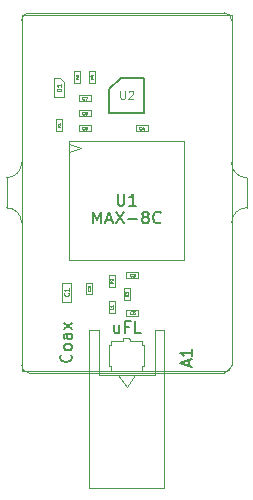
<source format=gbr>
%TF.GenerationSoftware,KiCad,Pcbnew,5.1.4-e60b266~84~ubuntu19.04.1*%
%TF.CreationDate,2020-03-17T21:55:10+00:00*%
%TF.ProjectId,ProMicro_GPS,50726f4d-6963-4726-9f5f-4750532e6b69,v2.3*%
%TF.SameCoordinates,Original*%
%TF.FileFunction,Other,Fab,Top*%
%FSLAX45Y45*%
G04 Gerber Fmt 4.5, Leading zero omitted, Abs format (unit mm)*
G04 Created by KiCad (PCBNEW 5.1.4-e60b266~84~ubuntu19.04.1) date 2020-03-17 21:55:10*
%MOMM*%
%LPD*%
G04 APERTURE LIST*
%ADD10C,0.100000*%
%ADD11C,0.150000*%
%ADD12C,0.040000*%
%ADD13C,0.105000*%
%ADD14C,0.060000*%
G04 APERTURE END LIST*
D10*
X14097000Y-9652000D02*
X14097000Y-9906000D01*
X13970000Y-10033000D02*
G75*
G02X14097000Y-9906000I127000J0D01*
G01*
X13970000Y-10033000D02*
X13970000Y-11239500D01*
X14097000Y-9652000D02*
G75*
G02X13970000Y-9525000I0J127000D01*
G01*
X13970000Y-8318500D02*
X13970000Y-9525000D01*
X12065000Y-9906000D02*
X12065000Y-9652000D01*
X12065000Y-9906000D02*
G75*
G02X12192000Y-10033000I0J-127000D01*
G01*
X12192000Y-11239500D02*
X12192000Y-10033000D01*
X12192000Y-9525000D02*
G75*
G02X12065000Y-9652000I-127000J0D01*
G01*
X12255500Y-11303000D02*
G75*
G02X12192000Y-11239500I0J63500D01*
G01*
X12192000Y-8318500D02*
G75*
G02X12255500Y-8255000I63500J0D01*
G01*
X13906500Y-8255000D02*
G75*
G02X13970000Y-8318500I0J-63500D01*
G01*
X13970000Y-11239500D02*
G75*
G02X13906500Y-11303000I-63500J0D01*
G01*
X12255500Y-8255000D02*
X13906500Y-8255000D01*
X12192000Y-9525000D02*
X12192000Y-8318500D01*
X13906500Y-11303000D02*
X12255500Y-11303000D01*
X12675400Y-9207900D02*
X12775400Y-9207900D01*
X12675400Y-9257900D02*
X12675400Y-9207900D01*
X12775400Y-9257900D02*
X12675400Y-9257900D01*
X12775400Y-9207900D02*
X12775400Y-9257900D01*
X12813900Y-8751100D02*
X12813900Y-8851100D01*
X12763900Y-8751100D02*
X12813900Y-8751100D01*
X12763900Y-8851100D02*
X12763900Y-8751100D01*
X12813900Y-8851100D02*
X12763900Y-8851100D01*
X12675400Y-8953900D02*
X12775400Y-8953900D01*
X12675400Y-9003900D02*
X12675400Y-8953900D01*
X12775400Y-9003900D02*
X12675400Y-9003900D01*
X12775400Y-8953900D02*
X12775400Y-9003900D01*
X12738500Y-10539500D02*
X12788500Y-10539500D01*
X12788500Y-10539500D02*
X12788500Y-10639500D01*
X12788500Y-10639500D02*
X12738500Y-10639500D01*
X12738500Y-10639500D02*
X12738500Y-10539500D01*
X12193000Y-8271000D02*
X13970000Y-8271000D01*
X13970000Y-8271000D02*
X13970000Y-11236000D01*
X13923000Y-11286000D02*
X13970000Y-11236000D01*
X13923000Y-11286000D02*
X12193000Y-11286000D01*
X12193000Y-11286000D02*
X12193000Y-8271000D01*
X12686900Y-8751100D02*
X12686900Y-8851100D01*
X12636900Y-8751100D02*
X12686900Y-8751100D01*
X12636900Y-8851100D02*
X12636900Y-8751100D01*
X12686900Y-8851100D02*
X12636900Y-8851100D01*
X12675400Y-9080900D02*
X12775400Y-9080900D01*
X12675400Y-9130900D02*
X12675400Y-9080900D01*
X12775400Y-9130900D02*
X12675400Y-9130900D01*
X12775400Y-9080900D02*
X12775400Y-9130900D01*
X13258000Y-9257900D02*
X13158000Y-9257900D01*
X13258000Y-9207900D02*
X13258000Y-9257900D01*
X13158000Y-9207900D02*
X13258000Y-9207900D01*
X13158000Y-9257900D02*
X13158000Y-9207900D01*
D11*
X12931000Y-8903500D02*
X13031000Y-8803500D01*
X12931000Y-9103500D02*
X12931000Y-8903500D01*
X13231000Y-9103500D02*
X12931000Y-9103500D01*
X13231000Y-8803500D02*
X13231000Y-9103500D01*
X13031000Y-8803500D02*
X13231000Y-8803500D01*
D10*
X13111000Y-11020000D02*
X13096000Y-11005000D01*
X13211000Y-11290000D02*
X13211000Y-11250000D01*
X13231000Y-11250000D02*
X13211000Y-11250000D01*
X13231000Y-11070000D02*
X13231000Y-11250000D01*
X13211000Y-11290000D02*
X12951000Y-11290000D01*
X12951000Y-11290000D02*
X12951000Y-11250000D01*
X12931000Y-11250000D02*
X12951000Y-11250000D01*
X12931000Y-11070000D02*
X12931000Y-11250000D01*
X13211000Y-11070000D02*
X13211000Y-11030000D01*
X13231000Y-11070000D02*
X13211000Y-11070000D01*
X13111000Y-11030000D02*
X13211000Y-11030000D01*
X13111000Y-11020000D02*
X13111000Y-11030000D01*
X13051000Y-11005000D02*
X13096000Y-11005000D01*
X13051000Y-11005000D02*
X13051000Y-11030000D01*
X13051000Y-11030000D02*
X12951000Y-11030000D01*
X12951000Y-11070000D02*
X12951000Y-11030000D01*
X12931000Y-11070000D02*
X12951000Y-11070000D01*
X12484500Y-9257500D02*
X12484500Y-9157500D01*
X12534500Y-9257500D02*
X12484500Y-9257500D01*
X12534500Y-9157500D02*
X12534500Y-9257500D01*
X12484500Y-9157500D02*
X12534500Y-9157500D01*
X12469500Y-8970000D02*
X12549500Y-8970000D01*
X12469500Y-8810000D02*
X12469500Y-8970000D01*
X12519500Y-8810000D02*
X12469500Y-8810000D01*
X12549500Y-8840000D02*
X12519500Y-8810000D01*
X12549500Y-8970000D02*
X12549500Y-8840000D01*
X12533000Y-10699750D02*
X12533000Y-10539750D01*
X12613000Y-10699750D02*
X12533000Y-10699750D01*
X12613000Y-10539750D02*
X12613000Y-10699750D01*
X12533000Y-10539750D02*
X12613000Y-10539750D01*
X12979000Y-10576000D02*
X12929000Y-10576000D01*
X12929000Y-10576000D02*
X12929000Y-10476000D01*
X12929000Y-10476000D02*
X12979000Y-10476000D01*
X12979000Y-10476000D02*
X12979000Y-10576000D01*
X12929000Y-10696500D02*
X12979000Y-10696500D01*
X12979000Y-10696500D02*
X12979000Y-10796500D01*
X12979000Y-10796500D02*
X12929000Y-10796500D01*
X12929000Y-10796500D02*
X12929000Y-10696500D01*
X13106000Y-10586250D02*
X13106000Y-10686250D01*
X13056000Y-10586250D02*
X13106000Y-10586250D01*
X13056000Y-10686250D02*
X13056000Y-10586250D01*
X13106000Y-10686250D02*
X13056000Y-10686250D01*
X13179500Y-10820000D02*
X13079500Y-10820000D01*
X13179500Y-10770000D02*
X13179500Y-10820000D01*
X13079500Y-10770000D02*
X13179500Y-10770000D01*
X13079500Y-10820000D02*
X13079500Y-10770000D01*
X13179500Y-10502500D02*
X13079500Y-10502500D01*
X13179500Y-10452500D02*
X13179500Y-10502500D01*
X13079500Y-10452500D02*
X13179500Y-10452500D01*
X13079500Y-10502500D02*
X13079500Y-10452500D01*
X12763500Y-10941500D02*
X12763500Y-12274500D01*
X12844500Y-10941500D02*
X12763500Y-10941500D01*
X12844500Y-11322500D02*
X12844500Y-10941500D01*
X13317500Y-11322500D02*
X12844500Y-11322500D01*
X13317500Y-10941500D02*
X13317500Y-11322500D01*
X13398500Y-10941500D02*
X13317500Y-10941500D01*
X13398500Y-10941500D02*
X13398500Y-12274500D01*
X13397500Y-12274500D02*
X12764500Y-12274500D01*
X13156000Y-11322500D02*
X13081000Y-11422500D01*
X13081000Y-11422500D02*
X13006000Y-11322500D01*
X12596000Y-9337500D02*
X12596000Y-10347500D01*
X13566000Y-9337500D02*
X13566000Y-10347500D01*
X12596000Y-9337500D02*
X13566000Y-9337500D01*
X12596000Y-10347500D02*
X13566000Y-10347500D01*
X12696000Y-9402500D02*
X12596000Y-9437500D01*
X12596000Y-9367500D02*
X12696000Y-9402500D01*
D12*
X12721233Y-9241829D02*
X12720043Y-9243019D01*
X12716471Y-9244210D01*
X12714090Y-9244210D01*
X12710519Y-9243019D01*
X12708138Y-9240638D01*
X12706948Y-9238257D01*
X12705757Y-9233495D01*
X12705757Y-9229924D01*
X12706948Y-9225162D01*
X12708138Y-9222781D01*
X12710519Y-9220400D01*
X12714090Y-9219210D01*
X12716471Y-9219210D01*
X12720043Y-9220400D01*
X12721233Y-9221590D01*
X12735519Y-9229924D02*
X12733138Y-9228733D01*
X12731948Y-9227543D01*
X12730757Y-9225162D01*
X12730757Y-9223971D01*
X12731948Y-9221590D01*
X12733138Y-9220400D01*
X12735519Y-9219210D01*
X12740281Y-9219210D01*
X12742662Y-9220400D01*
X12743852Y-9221590D01*
X12745043Y-9223971D01*
X12745043Y-9225162D01*
X12743852Y-9227543D01*
X12742662Y-9228733D01*
X12740281Y-9229924D01*
X12735519Y-9229924D01*
X12733138Y-9231114D01*
X12731948Y-9232305D01*
X12730757Y-9234686D01*
X12730757Y-9239448D01*
X12731948Y-9241829D01*
X12733138Y-9243019D01*
X12735519Y-9244210D01*
X12740281Y-9244210D01*
X12742662Y-9243019D01*
X12743852Y-9241829D01*
X12745043Y-9239448D01*
X12745043Y-9234686D01*
X12743852Y-9232305D01*
X12742662Y-9231114D01*
X12740281Y-9229924D01*
X12800209Y-8805267D02*
X12788305Y-8813600D01*
X12800209Y-8819552D02*
X12775209Y-8819552D01*
X12775209Y-8810029D01*
X12776400Y-8807648D01*
X12777590Y-8806457D01*
X12779971Y-8805267D01*
X12783543Y-8805267D01*
X12785924Y-8806457D01*
X12787114Y-8807648D01*
X12788305Y-8810029D01*
X12788305Y-8819552D01*
X12783543Y-8783838D02*
X12800209Y-8783838D01*
X12774019Y-8789790D02*
X12791876Y-8795743D01*
X12791876Y-8780267D01*
X12721233Y-8987829D02*
X12720043Y-8989019D01*
X12716471Y-8990210D01*
X12714090Y-8990210D01*
X12710519Y-8989019D01*
X12708138Y-8986638D01*
X12706948Y-8984257D01*
X12705757Y-8979495D01*
X12705757Y-8975924D01*
X12706948Y-8971162D01*
X12708138Y-8968781D01*
X12710519Y-8966400D01*
X12714090Y-8965210D01*
X12716471Y-8965210D01*
X12720043Y-8966400D01*
X12721233Y-8967590D01*
X12729567Y-8965210D02*
X12746233Y-8965210D01*
X12735519Y-8990210D01*
X12772428Y-10593667D02*
X12773619Y-10594857D01*
X12774809Y-10598429D01*
X12774809Y-10600810D01*
X12773619Y-10604381D01*
X12771238Y-10606762D01*
X12768857Y-10607952D01*
X12764095Y-10609143D01*
X12760524Y-10609143D01*
X12755762Y-10607952D01*
X12753381Y-10606762D01*
X12751000Y-10604381D01*
X12749809Y-10600810D01*
X12749809Y-10598429D01*
X12751000Y-10594857D01*
X12752190Y-10593667D01*
X12752190Y-10584143D02*
X12751000Y-10582952D01*
X12749809Y-10580571D01*
X12749809Y-10574619D01*
X12751000Y-10572238D01*
X12752190Y-10571048D01*
X12754571Y-10569857D01*
X12756952Y-10569857D01*
X12760524Y-10571048D01*
X12774809Y-10585333D01*
X12774809Y-10569857D01*
D11*
X13605667Y-11247428D02*
X13605667Y-11199809D01*
X13634238Y-11256952D02*
X13534238Y-11223619D01*
X13634238Y-11190286D01*
X13634238Y-11104571D02*
X13634238Y-11161714D01*
X13634238Y-11133143D02*
X13534238Y-11133143D01*
X13548524Y-11142667D01*
X13558048Y-11152190D01*
X13562809Y-11161714D01*
D12*
X12673209Y-8805267D02*
X12661305Y-8813600D01*
X12673209Y-8819552D02*
X12648209Y-8819552D01*
X12648209Y-8810029D01*
X12649400Y-8807648D01*
X12650590Y-8806457D01*
X12652971Y-8805267D01*
X12656543Y-8805267D01*
X12658924Y-8806457D01*
X12660114Y-8807648D01*
X12661305Y-8810029D01*
X12661305Y-8819552D01*
X12648209Y-8782648D02*
X12648209Y-8794552D01*
X12660114Y-8795743D01*
X12658924Y-8794552D01*
X12657733Y-8792171D01*
X12657733Y-8786219D01*
X12658924Y-8783838D01*
X12660114Y-8782648D01*
X12662495Y-8781457D01*
X12668448Y-8781457D01*
X12670828Y-8782648D01*
X12672019Y-8783838D01*
X12673209Y-8786219D01*
X12673209Y-8792171D01*
X12672019Y-8794552D01*
X12670828Y-8795743D01*
X12721233Y-9114829D02*
X12720043Y-9116019D01*
X12716471Y-9117210D01*
X12714090Y-9117210D01*
X12710519Y-9116019D01*
X12708138Y-9113638D01*
X12706948Y-9111257D01*
X12705757Y-9106495D01*
X12705757Y-9102924D01*
X12706948Y-9098162D01*
X12708138Y-9095781D01*
X12710519Y-9093400D01*
X12714090Y-9092210D01*
X12716471Y-9092210D01*
X12720043Y-9093400D01*
X12721233Y-9094590D01*
X12742662Y-9092210D02*
X12737900Y-9092210D01*
X12735519Y-9093400D01*
X12734328Y-9094590D01*
X12731948Y-9098162D01*
X12730757Y-9102924D01*
X12730757Y-9112448D01*
X12731948Y-9114829D01*
X12733138Y-9116019D01*
X12735519Y-9117210D01*
X12740281Y-9117210D01*
X12742662Y-9116019D01*
X12743852Y-9114829D01*
X12745043Y-9112448D01*
X12745043Y-9106495D01*
X12743852Y-9104114D01*
X12742662Y-9102924D01*
X12740281Y-9101733D01*
X12735519Y-9101733D01*
X12733138Y-9102924D01*
X12731948Y-9104114D01*
X12730757Y-9106495D01*
X13203833Y-9241829D02*
X13202643Y-9243019D01*
X13199071Y-9244210D01*
X13196690Y-9244210D01*
X13193119Y-9243019D01*
X13190738Y-9240638D01*
X13189548Y-9238257D01*
X13188357Y-9233495D01*
X13188357Y-9229924D01*
X13189548Y-9225162D01*
X13190738Y-9222781D01*
X13193119Y-9220400D01*
X13196690Y-9219210D01*
X13199071Y-9219210D01*
X13202643Y-9220400D01*
X13203833Y-9221590D01*
X13225262Y-9227543D02*
X13225262Y-9244210D01*
X13219309Y-9218019D02*
X13213357Y-9235876D01*
X13228833Y-9235876D01*
D13*
X13027667Y-8915167D02*
X13027667Y-8971833D01*
X13031000Y-8978500D01*
X13034333Y-8981833D01*
X13041000Y-8985167D01*
X13054333Y-8985167D01*
X13061000Y-8981833D01*
X13064333Y-8978500D01*
X13067667Y-8971833D01*
X13067667Y-8915167D01*
X13097667Y-8921833D02*
X13101000Y-8918500D01*
X13107667Y-8915167D01*
X13124333Y-8915167D01*
X13131000Y-8918500D01*
X13134333Y-8921833D01*
X13137667Y-8928500D01*
X13137667Y-8935167D01*
X13134333Y-8945167D01*
X13094333Y-8985167D01*
X13137667Y-8985167D01*
D11*
X13019095Y-10900571D02*
X13019095Y-10967238D01*
X12976238Y-10900571D02*
X12976238Y-10952952D01*
X12981000Y-10962476D01*
X12990524Y-10967238D01*
X13004809Y-10967238D01*
X13014333Y-10962476D01*
X13019095Y-10957714D01*
X13100048Y-10914857D02*
X13066714Y-10914857D01*
X13066714Y-10967238D02*
X13066714Y-10867238D01*
X13114333Y-10867238D01*
X13200048Y-10967238D02*
X13152428Y-10967238D01*
X13152428Y-10867238D01*
D12*
X12520809Y-9211667D02*
X12508905Y-9220000D01*
X12520809Y-9225952D02*
X12495809Y-9225952D01*
X12495809Y-9216429D01*
X12497000Y-9214048D01*
X12498190Y-9212857D01*
X12500571Y-9211667D01*
X12504143Y-9211667D01*
X12506524Y-9212857D01*
X12507714Y-9214048D01*
X12508905Y-9216429D01*
X12508905Y-9225952D01*
X12520809Y-9187857D02*
X12520809Y-9202143D01*
X12520809Y-9195000D02*
X12495809Y-9195000D01*
X12499381Y-9197381D01*
X12501762Y-9199762D01*
X12502952Y-9202143D01*
D14*
X12527595Y-8919524D02*
X12487595Y-8919524D01*
X12487595Y-8910000D01*
X12489500Y-8904286D01*
X12493309Y-8900476D01*
X12497119Y-8898571D01*
X12504738Y-8896667D01*
X12510452Y-8896667D01*
X12518071Y-8898571D01*
X12521881Y-8900476D01*
X12525690Y-8904286D01*
X12527595Y-8910000D01*
X12527595Y-8919524D01*
X12527595Y-8858571D02*
X12527595Y-8881429D01*
X12527595Y-8870000D02*
X12487595Y-8870000D01*
X12493309Y-8873810D01*
X12497119Y-8877619D01*
X12499024Y-8881429D01*
X12587286Y-10626417D02*
X12589190Y-10628321D01*
X12591095Y-10634036D01*
X12591095Y-10637845D01*
X12589190Y-10643560D01*
X12585381Y-10647369D01*
X12581571Y-10649274D01*
X12573952Y-10651179D01*
X12568238Y-10651179D01*
X12560619Y-10649274D01*
X12556809Y-10647369D01*
X12553000Y-10643560D01*
X12551095Y-10637845D01*
X12551095Y-10634036D01*
X12553000Y-10628321D01*
X12554905Y-10626417D01*
X12591095Y-10588321D02*
X12591095Y-10611179D01*
X12591095Y-10599750D02*
X12551095Y-10599750D01*
X12556809Y-10603560D01*
X12560619Y-10607369D01*
X12562524Y-10611179D01*
D12*
X12965309Y-10530167D02*
X12953405Y-10538500D01*
X12965309Y-10544452D02*
X12940309Y-10544452D01*
X12940309Y-10534929D01*
X12941500Y-10532548D01*
X12942690Y-10531357D01*
X12945071Y-10530167D01*
X12948643Y-10530167D01*
X12951024Y-10531357D01*
X12952214Y-10532548D01*
X12953405Y-10534929D01*
X12953405Y-10544452D01*
X12942690Y-10520643D02*
X12941500Y-10519452D01*
X12940309Y-10517071D01*
X12940309Y-10511119D01*
X12941500Y-10508738D01*
X12942690Y-10507548D01*
X12945071Y-10506357D01*
X12947452Y-10506357D01*
X12951024Y-10507548D01*
X12965309Y-10521833D01*
X12965309Y-10506357D01*
X12965309Y-10750667D02*
X12965309Y-10762571D01*
X12940309Y-10762571D01*
X12965309Y-10729238D02*
X12965309Y-10743524D01*
X12965309Y-10736381D02*
X12940309Y-10736381D01*
X12943881Y-10738762D01*
X12946262Y-10741143D01*
X12947452Y-10743524D01*
X13092309Y-10640417D02*
X13080405Y-10648750D01*
X13092309Y-10654702D02*
X13067309Y-10654702D01*
X13067309Y-10645179D01*
X13068500Y-10642798D01*
X13069690Y-10641607D01*
X13072071Y-10640417D01*
X13075643Y-10640417D01*
X13078024Y-10641607D01*
X13079214Y-10642798D01*
X13080405Y-10645179D01*
X13080405Y-10654702D01*
X13067309Y-10632083D02*
X13067309Y-10616607D01*
X13076833Y-10624940D01*
X13076833Y-10621369D01*
X13078024Y-10618988D01*
X13079214Y-10617798D01*
X13081595Y-10616607D01*
X13087548Y-10616607D01*
X13089928Y-10617798D01*
X13091119Y-10618988D01*
X13092309Y-10621369D01*
X13092309Y-10628512D01*
X13091119Y-10630893D01*
X13089928Y-10632083D01*
X13125333Y-10803929D02*
X13124143Y-10805119D01*
X13120571Y-10806310D01*
X13118190Y-10806310D01*
X13114619Y-10805119D01*
X13112238Y-10802738D01*
X13111048Y-10800357D01*
X13109857Y-10795595D01*
X13109857Y-10792024D01*
X13111048Y-10787262D01*
X13112238Y-10784881D01*
X13114619Y-10782500D01*
X13118190Y-10781310D01*
X13120571Y-10781310D01*
X13124143Y-10782500D01*
X13125333Y-10783690D01*
X13147952Y-10781310D02*
X13136048Y-10781310D01*
X13134857Y-10793214D01*
X13136048Y-10792024D01*
X13138428Y-10790833D01*
X13144381Y-10790833D01*
X13146762Y-10792024D01*
X13147952Y-10793214D01*
X13149143Y-10795595D01*
X13149143Y-10801548D01*
X13147952Y-10803929D01*
X13146762Y-10805119D01*
X13144381Y-10806310D01*
X13138428Y-10806310D01*
X13136048Y-10805119D01*
X13134857Y-10803929D01*
X13125333Y-10486429D02*
X13124143Y-10487619D01*
X13120571Y-10488810D01*
X13118190Y-10488810D01*
X13114619Y-10487619D01*
X13112238Y-10485238D01*
X13111048Y-10482857D01*
X13109857Y-10478095D01*
X13109857Y-10474524D01*
X13111048Y-10469762D01*
X13112238Y-10467381D01*
X13114619Y-10465000D01*
X13118190Y-10463810D01*
X13120571Y-10463810D01*
X13124143Y-10465000D01*
X13125333Y-10466190D01*
X13133667Y-10463810D02*
X13149143Y-10463810D01*
X13140809Y-10473333D01*
X13144381Y-10473333D01*
X13146762Y-10474524D01*
X13147952Y-10475714D01*
X13149143Y-10478095D01*
X13149143Y-10484048D01*
X13147952Y-10486429D01*
X13146762Y-10487619D01*
X13144381Y-10488810D01*
X13137238Y-10488810D01*
X13134857Y-10487619D01*
X13133667Y-10486429D01*
D11*
X12608714Y-11149000D02*
X12613476Y-11153762D01*
X12618238Y-11168048D01*
X12618238Y-11177571D01*
X12613476Y-11191857D01*
X12603952Y-11201381D01*
X12594428Y-11206143D01*
X12575381Y-11210905D01*
X12561095Y-11210905D01*
X12542048Y-11206143D01*
X12532524Y-11201381D01*
X12523000Y-11191857D01*
X12518238Y-11177571D01*
X12518238Y-11168048D01*
X12523000Y-11153762D01*
X12527762Y-11149000D01*
X12618238Y-11091857D02*
X12613476Y-11101381D01*
X12608714Y-11106143D01*
X12599190Y-11110905D01*
X12570619Y-11110905D01*
X12561095Y-11106143D01*
X12556333Y-11101381D01*
X12551571Y-11091857D01*
X12551571Y-11077571D01*
X12556333Y-11068048D01*
X12561095Y-11063286D01*
X12570619Y-11058524D01*
X12599190Y-11058524D01*
X12608714Y-11063286D01*
X12613476Y-11068048D01*
X12618238Y-11077571D01*
X12618238Y-11091857D01*
X12618238Y-10972810D02*
X12565857Y-10972810D01*
X12556333Y-10977571D01*
X12551571Y-10987095D01*
X12551571Y-11006143D01*
X12556333Y-11015667D01*
X12613476Y-10972810D02*
X12618238Y-10982333D01*
X12618238Y-11006143D01*
X12613476Y-11015667D01*
X12603952Y-11020429D01*
X12594428Y-11020429D01*
X12584905Y-11015667D01*
X12580143Y-11006143D01*
X12580143Y-10982333D01*
X12575381Y-10972810D01*
X12618238Y-10934714D02*
X12551571Y-10882333D01*
X12551571Y-10934714D02*
X12618238Y-10882333D01*
X12797667Y-10037738D02*
X12797667Y-9937738D01*
X12831000Y-10009167D01*
X12864333Y-9937738D01*
X12864333Y-10037738D01*
X12907190Y-10009167D02*
X12954809Y-10009167D01*
X12897667Y-10037738D02*
X12931000Y-9937738D01*
X12964333Y-10037738D01*
X12988143Y-9937738D02*
X13054809Y-10037738D01*
X13054809Y-9937738D02*
X12988143Y-10037738D01*
X13092905Y-9999643D02*
X13169095Y-9999643D01*
X13231000Y-9980595D02*
X13221476Y-9975833D01*
X13216714Y-9971071D01*
X13211952Y-9961548D01*
X13211952Y-9956786D01*
X13216714Y-9947262D01*
X13221476Y-9942500D01*
X13231000Y-9937738D01*
X13250048Y-9937738D01*
X13259571Y-9942500D01*
X13264333Y-9947262D01*
X13269095Y-9956786D01*
X13269095Y-9961548D01*
X13264333Y-9971071D01*
X13259571Y-9975833D01*
X13250048Y-9980595D01*
X13231000Y-9980595D01*
X13221476Y-9985357D01*
X13216714Y-9990119D01*
X13211952Y-9999643D01*
X13211952Y-10018690D01*
X13216714Y-10028214D01*
X13221476Y-10032976D01*
X13231000Y-10037738D01*
X13250048Y-10037738D01*
X13259571Y-10032976D01*
X13264333Y-10028214D01*
X13269095Y-10018690D01*
X13269095Y-9999643D01*
X13264333Y-9990119D01*
X13259571Y-9985357D01*
X13250048Y-9980595D01*
X13369095Y-10028214D02*
X13364333Y-10032976D01*
X13350048Y-10037738D01*
X13340524Y-10037738D01*
X13326238Y-10032976D01*
X13316714Y-10023452D01*
X13311952Y-10013929D01*
X13307190Y-9994881D01*
X13307190Y-9980595D01*
X13311952Y-9961548D01*
X13316714Y-9952024D01*
X13326238Y-9942500D01*
X13340524Y-9937738D01*
X13350048Y-9937738D01*
X13364333Y-9942500D01*
X13369095Y-9947262D01*
X13004809Y-9787738D02*
X13004809Y-9868690D01*
X13009571Y-9878214D01*
X13014333Y-9882976D01*
X13023857Y-9887738D01*
X13042905Y-9887738D01*
X13052428Y-9882976D01*
X13057190Y-9878214D01*
X13061952Y-9868690D01*
X13061952Y-9787738D01*
X13161952Y-9887738D02*
X13104809Y-9887738D01*
X13133381Y-9887738D02*
X13133381Y-9787738D01*
X13123857Y-9802024D01*
X13114333Y-9811548D01*
X13104809Y-9816310D01*
M02*

</source>
